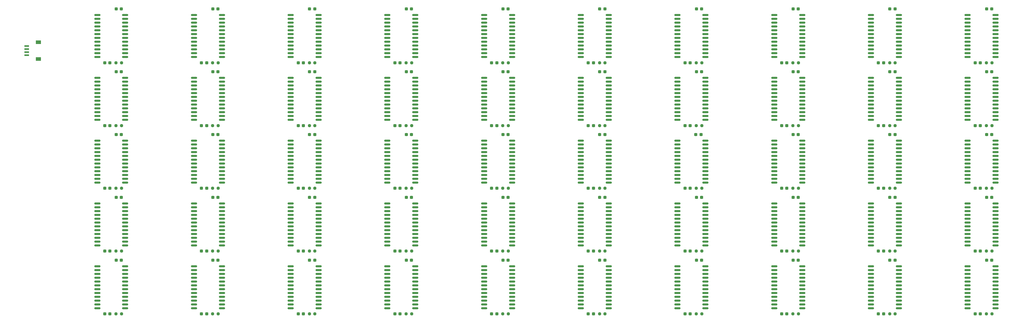
<source format=gbr>
%TF.GenerationSoftware,KiCad,Pcbnew,9.0.3*%
%TF.CreationDate,2025-08-19T04:26:06+03:00*%
%TF.ProjectId,wtf_clock,7774665f-636c-46f6-936b-2e6b69636164,rev?*%
%TF.SameCoordinates,Original*%
%TF.FileFunction,Paste,Bot*%
%TF.FilePolarity,Positive*%
%FSLAX46Y46*%
G04 Gerber Fmt 4.6, Leading zero omitted, Abs format (unit mm)*
G04 Created by KiCad (PCBNEW 9.0.3) date 2025-08-19 04:26:06*
%MOMM*%
%LPD*%
G01*
G04 APERTURE LIST*
G04 Aperture macros list*
%AMRoundRect*
0 Rectangle with rounded corners*
0 $1 Rounding radius*
0 $2 $3 $4 $5 $6 $7 $8 $9 X,Y pos of 4 corners*
0 Add a 4 corners polygon primitive as box body*
4,1,4,$2,$3,$4,$5,$6,$7,$8,$9,$2,$3,0*
0 Add four circle primitives for the rounded corners*
1,1,$1+$1,$2,$3*
1,1,$1+$1,$4,$5*
1,1,$1+$1,$6,$7*
1,1,$1+$1,$8,$9*
0 Add four rect primitives between the rounded corners*
20,1,$1+$1,$2,$3,$4,$5,0*
20,1,$1+$1,$4,$5,$6,$7,0*
20,1,$1+$1,$6,$7,$8,$9,0*
20,1,$1+$1,$8,$9,$2,$3,0*%
G04 Aperture macros list end*
%ADD10RoundRect,0.150000X-0.875000X-0.150000X0.875000X-0.150000X0.875000X0.150000X-0.875000X0.150000X0*%
%ADD11RoundRect,0.237500X0.250000X0.237500X-0.250000X0.237500X-0.250000X-0.237500X0.250000X-0.237500X0*%
%ADD12RoundRect,0.237500X-0.300000X-0.237500X0.300000X-0.237500X0.300000X0.237500X-0.300000X0.237500X0*%
%ADD13RoundRect,0.237500X0.300000X0.237500X-0.300000X0.237500X-0.300000X-0.237500X0.300000X-0.237500X0*%
%ADD14R,1.550000X0.600000*%
%ADD15R,1.800000X1.200000*%
G04 APERTURE END LIST*
D10*
%TO.C,U23*%
X186250000Y-153985000D03*
X186250000Y-152715000D03*
X186250000Y-151445000D03*
X186250000Y-150175000D03*
X186250000Y-148905000D03*
X186250000Y-147635000D03*
X186250000Y-146365000D03*
X186250000Y-145095000D03*
X186250000Y-143825000D03*
X186250000Y-142555000D03*
X186250000Y-141285000D03*
X186250000Y-140015000D03*
X195550000Y-140015000D03*
X195550000Y-141285000D03*
X195550000Y-142555000D03*
X195550000Y-143825000D03*
X195550000Y-145095000D03*
X195550000Y-146365000D03*
X195550000Y-147635000D03*
X195550000Y-148905000D03*
X195550000Y-150175000D03*
X195550000Y-151445000D03*
X195550000Y-152715000D03*
X195550000Y-153985000D03*
%TD*%
D11*
%TO.C,R33*%
X355312500Y-176800000D03*
X353487500Y-176800000D03*
%TD*%
D12*
%TO.C,C50*%
X253137500Y-155900000D03*
X254862500Y-155900000D03*
%TD*%
D10*
%TO.C,U50*%
X411650000Y-195785000D03*
X411650000Y-194515000D03*
X411650000Y-193245000D03*
X411650000Y-191975000D03*
X411650000Y-190705000D03*
X411650000Y-189435000D03*
X411650000Y-188165000D03*
X411650000Y-186895000D03*
X411650000Y-185625000D03*
X411650000Y-184355000D03*
X411650000Y-183085000D03*
X411650000Y-181815000D03*
X420950000Y-181815000D03*
X420950000Y-183085000D03*
X420950000Y-184355000D03*
X420950000Y-185625000D03*
X420950000Y-186895000D03*
X420950000Y-188165000D03*
X420950000Y-189435000D03*
X420950000Y-190705000D03*
X420950000Y-191975000D03*
X420950000Y-193245000D03*
X420950000Y-194515000D03*
X420950000Y-195785000D03*
%TD*%
D12*
%TO.C,C34*%
X220937500Y-135000000D03*
X222662500Y-135000000D03*
%TD*%
D13*
%TO.C,C71*%
X258662500Y-158900000D03*
X256937500Y-158900000D03*
%TD*%
D10*
%TO.C,U32*%
X379450000Y-174885000D03*
X379450000Y-173615000D03*
X379450000Y-172345000D03*
X379450000Y-171075000D03*
X379450000Y-169805000D03*
X379450000Y-168535000D03*
X379450000Y-167265000D03*
X379450000Y-165995000D03*
X379450000Y-164725000D03*
X379450000Y-163455000D03*
X379450000Y-162185000D03*
X379450000Y-160915000D03*
X388750000Y-160915000D03*
X388750000Y-162185000D03*
X388750000Y-163455000D03*
X388750000Y-164725000D03*
X388750000Y-165995000D03*
X388750000Y-167265000D03*
X388750000Y-168535000D03*
X388750000Y-169805000D03*
X388750000Y-171075000D03*
X388750000Y-172345000D03*
X388750000Y-173615000D03*
X388750000Y-174885000D03*
%TD*%
D12*
%TO.C,C56*%
X349737500Y-155900000D03*
X351462500Y-155900000D03*
%TD*%
%TO.C,C82*%
X124337500Y-197700000D03*
X126062500Y-197700000D03*
%TD*%
D13*
%TO.C,C93*%
X323062500Y-179800000D03*
X321337500Y-179800000D03*
%TD*%
D11*
%TO.C,R5*%
X258712500Y-114100000D03*
X256887500Y-114100000D03*
%TD*%
%TO.C,R45*%
X258712500Y-197700000D03*
X256887500Y-197700000D03*
%TD*%
D12*
%TO.C,C54*%
X317537500Y-155900000D03*
X319262500Y-155900000D03*
%TD*%
D10*
%TO.C,U3*%
X186250000Y-112185000D03*
X186250000Y-110915000D03*
X186250000Y-109645000D03*
X186250000Y-108375000D03*
X186250000Y-107105000D03*
X186250000Y-105835000D03*
X186250000Y-104565000D03*
X186250000Y-103295000D03*
X186250000Y-102025000D03*
X186250000Y-100755000D03*
X186250000Y-99485000D03*
X186250000Y-98215000D03*
X195550000Y-98215000D03*
X195550000Y-99485000D03*
X195550000Y-100755000D03*
X195550000Y-102025000D03*
X195550000Y-103295000D03*
X195550000Y-104565000D03*
X195550000Y-105835000D03*
X195550000Y-107105000D03*
X195550000Y-108375000D03*
X195550000Y-109645000D03*
X195550000Y-110915000D03*
X195550000Y-112185000D03*
%TD*%
%TO.C,U2*%
X154050000Y-112185000D03*
X154050000Y-110915000D03*
X154050000Y-109645000D03*
X154050000Y-108375000D03*
X154050000Y-107105000D03*
X154050000Y-105835000D03*
X154050000Y-104565000D03*
X154050000Y-103295000D03*
X154050000Y-102025000D03*
X154050000Y-100755000D03*
X154050000Y-99485000D03*
X154050000Y-98215000D03*
X163350000Y-98215000D03*
X163350000Y-99485000D03*
X163350000Y-100755000D03*
X163350000Y-102025000D03*
X163350000Y-103295000D03*
X163350000Y-104565000D03*
X163350000Y-105835000D03*
X163350000Y-107105000D03*
X163350000Y-108375000D03*
X163350000Y-109645000D03*
X163350000Y-110915000D03*
X163350000Y-112185000D03*
%TD*%
D12*
%TO.C,C78*%
X156537500Y-176800000D03*
X158262500Y-176800000D03*
%TD*%
%TO.C,C90*%
X253137500Y-197700000D03*
X254862500Y-197700000D03*
%TD*%
%TO.C,C96*%
X353537500Y-179800000D03*
X355262500Y-179800000D03*
%TD*%
D13*
%TO.C,C73*%
X226462500Y-158900000D03*
X224737500Y-158900000D03*
%TD*%
D11*
%TO.C,R24*%
X226512500Y-155900000D03*
X224687500Y-155900000D03*
%TD*%
D12*
%TO.C,C20*%
X414137500Y-114100000D03*
X415862500Y-114100000D03*
%TD*%
D10*
%TO.C,U40*%
X121850000Y-174885000D03*
X121850000Y-173615000D03*
X121850000Y-172345000D03*
X121850000Y-171075000D03*
X121850000Y-169805000D03*
X121850000Y-168535000D03*
X121850000Y-167265000D03*
X121850000Y-165995000D03*
X121850000Y-164725000D03*
X121850000Y-163455000D03*
X121850000Y-162185000D03*
X121850000Y-160915000D03*
X131150000Y-160915000D03*
X131150000Y-162185000D03*
X131150000Y-163455000D03*
X131150000Y-164725000D03*
X131150000Y-165995000D03*
X131150000Y-167265000D03*
X131150000Y-168535000D03*
X131150000Y-169805000D03*
X131150000Y-171075000D03*
X131150000Y-172345000D03*
X131150000Y-173615000D03*
X131150000Y-174885000D03*
%TD*%
D13*
%TO.C,C99*%
X419662500Y-179800000D03*
X417937500Y-179800000D03*
%TD*%
%TO.C,C63*%
X387462500Y-158900000D03*
X385737500Y-158900000D03*
%TD*%
D11*
%TO.C,R12*%
X387512500Y-135000000D03*
X385687500Y-135000000D03*
%TD*%
D10*
%TO.C,U29*%
X379450000Y-153985000D03*
X379450000Y-152715000D03*
X379450000Y-151445000D03*
X379450000Y-150175000D03*
X379450000Y-148905000D03*
X379450000Y-147635000D03*
X379450000Y-146365000D03*
X379450000Y-145095000D03*
X379450000Y-143825000D03*
X379450000Y-142555000D03*
X379450000Y-141285000D03*
X379450000Y-140015000D03*
X388750000Y-140015000D03*
X388750000Y-141285000D03*
X388750000Y-142555000D03*
X388750000Y-143825000D03*
X388750000Y-145095000D03*
X388750000Y-146365000D03*
X388750000Y-147635000D03*
X388750000Y-148905000D03*
X388750000Y-150175000D03*
X388750000Y-151445000D03*
X388750000Y-152715000D03*
X388750000Y-153985000D03*
%TD*%
D11*
%TO.C,R49*%
X387512500Y-197700000D03*
X385687500Y-197700000D03*
%TD*%
D10*
%TO.C,U12*%
X379450000Y-133085000D03*
X379450000Y-131815000D03*
X379450000Y-130545000D03*
X379450000Y-129275000D03*
X379450000Y-128005000D03*
X379450000Y-126735000D03*
X379450000Y-125465000D03*
X379450000Y-124195000D03*
X379450000Y-122925000D03*
X379450000Y-121655000D03*
X379450000Y-120385000D03*
X379450000Y-119115000D03*
X388750000Y-119115000D03*
X388750000Y-120385000D03*
X388750000Y-121655000D03*
X388750000Y-122925000D03*
X388750000Y-124195000D03*
X388750000Y-125465000D03*
X388750000Y-126735000D03*
X388750000Y-128005000D03*
X388750000Y-129275000D03*
X388750000Y-130545000D03*
X388750000Y-131815000D03*
X388750000Y-133085000D03*
%TD*%
D12*
%TO.C,C100*%
X414137500Y-197700000D03*
X415862500Y-197700000D03*
%TD*%
D10*
%TO.C,U15*%
X282850000Y-133085000D03*
X282850000Y-131815000D03*
X282850000Y-130545000D03*
X282850000Y-129275000D03*
X282850000Y-128005000D03*
X282850000Y-126735000D03*
X282850000Y-125465000D03*
X282850000Y-124195000D03*
X282850000Y-122925000D03*
X282850000Y-121655000D03*
X282850000Y-120385000D03*
X282850000Y-119115000D03*
X292150000Y-119115000D03*
X292150000Y-120385000D03*
X292150000Y-121655000D03*
X292150000Y-122925000D03*
X292150000Y-124195000D03*
X292150000Y-125465000D03*
X292150000Y-126735000D03*
X292150000Y-128005000D03*
X292150000Y-129275000D03*
X292150000Y-130545000D03*
X292150000Y-131815000D03*
X292150000Y-133085000D03*
%TD*%
%TO.C,U5*%
X250650000Y-112185000D03*
X250650000Y-110915000D03*
X250650000Y-109645000D03*
X250650000Y-108375000D03*
X250650000Y-107105000D03*
X250650000Y-105835000D03*
X250650000Y-104565000D03*
X250650000Y-103295000D03*
X250650000Y-102025000D03*
X250650000Y-100755000D03*
X250650000Y-99485000D03*
X250650000Y-98215000D03*
X259950000Y-98215000D03*
X259950000Y-99485000D03*
X259950000Y-100755000D03*
X259950000Y-102025000D03*
X259950000Y-103295000D03*
X259950000Y-104565000D03*
X259950000Y-105835000D03*
X259950000Y-107105000D03*
X259950000Y-108375000D03*
X259950000Y-109645000D03*
X259950000Y-110915000D03*
X259950000Y-112185000D03*
%TD*%
%TO.C,U31*%
X411650000Y-174885000D03*
X411650000Y-173615000D03*
X411650000Y-172345000D03*
X411650000Y-171075000D03*
X411650000Y-169805000D03*
X411650000Y-168535000D03*
X411650000Y-167265000D03*
X411650000Y-165995000D03*
X411650000Y-164725000D03*
X411650000Y-163455000D03*
X411650000Y-162185000D03*
X411650000Y-160915000D03*
X420950000Y-160915000D03*
X420950000Y-162185000D03*
X420950000Y-163455000D03*
X420950000Y-164725000D03*
X420950000Y-165995000D03*
X420950000Y-167265000D03*
X420950000Y-168535000D03*
X420950000Y-169805000D03*
X420950000Y-171075000D03*
X420950000Y-172345000D03*
X420950000Y-173615000D03*
X420950000Y-174885000D03*
%TD*%
D12*
%TO.C,C12*%
X285337500Y-114100000D03*
X287062500Y-114100000D03*
%TD*%
D10*
%TO.C,U6*%
X282850000Y-112185000D03*
X282850000Y-110915000D03*
X282850000Y-109645000D03*
X282850000Y-108375000D03*
X282850000Y-107105000D03*
X282850000Y-105835000D03*
X282850000Y-104565000D03*
X282850000Y-103295000D03*
X282850000Y-102025000D03*
X282850000Y-100755000D03*
X282850000Y-99485000D03*
X282850000Y-98215000D03*
X292150000Y-98215000D03*
X292150000Y-99485000D03*
X292150000Y-100755000D03*
X292150000Y-102025000D03*
X292150000Y-103295000D03*
X292150000Y-104565000D03*
X292150000Y-105835000D03*
X292150000Y-107105000D03*
X292150000Y-108375000D03*
X292150000Y-109645000D03*
X292150000Y-110915000D03*
X292150000Y-112185000D03*
%TD*%
D11*
%TO.C,R31*%
X419712500Y-176800000D03*
X417887500Y-176800000D03*
%TD*%
D10*
%TO.C,U28*%
X347250000Y-153985000D03*
X347250000Y-152715000D03*
X347250000Y-151445000D03*
X347250000Y-150175000D03*
X347250000Y-148905000D03*
X347250000Y-147635000D03*
X347250000Y-146365000D03*
X347250000Y-145095000D03*
X347250000Y-143825000D03*
X347250000Y-142555000D03*
X347250000Y-141285000D03*
X347250000Y-140015000D03*
X356550000Y-140015000D03*
X356550000Y-141285000D03*
X356550000Y-142555000D03*
X356550000Y-143825000D03*
X356550000Y-145095000D03*
X356550000Y-146365000D03*
X356550000Y-147635000D03*
X356550000Y-148905000D03*
X356550000Y-150175000D03*
X356550000Y-151445000D03*
X356550000Y-152715000D03*
X356550000Y-153985000D03*
%TD*%
D11*
%TO.C,R44*%
X226512500Y-197700000D03*
X224687500Y-197700000D03*
%TD*%
D12*
%TO.C,C74*%
X220937500Y-176800000D03*
X222662500Y-176800000D03*
%TD*%
%TO.C,C14*%
X317537500Y-114100000D03*
X319262500Y-114100000D03*
%TD*%
D13*
%TO.C,C83*%
X162062500Y-179800000D03*
X160337500Y-179800000D03*
%TD*%
%TO.C,C91*%
X290862500Y-179800000D03*
X289137500Y-179800000D03*
%TD*%
D10*
%TO.C,U11*%
X411650000Y-133085000D03*
X411650000Y-131815000D03*
X411650000Y-130545000D03*
X411650000Y-129275000D03*
X411650000Y-128005000D03*
X411650000Y-126735000D03*
X411650000Y-125465000D03*
X411650000Y-124195000D03*
X411650000Y-122925000D03*
X411650000Y-121655000D03*
X411650000Y-120385000D03*
X411650000Y-119115000D03*
X420950000Y-119115000D03*
X420950000Y-120385000D03*
X420950000Y-121655000D03*
X420950000Y-122925000D03*
X420950000Y-124195000D03*
X420950000Y-125465000D03*
X420950000Y-126735000D03*
X420950000Y-128005000D03*
X420950000Y-129275000D03*
X420950000Y-130545000D03*
X420950000Y-131815000D03*
X420950000Y-133085000D03*
%TD*%
D12*
%TO.C,C24*%
X381937500Y-135000000D03*
X383662500Y-135000000D03*
%TD*%
D10*
%TO.C,U4*%
X218450000Y-112185000D03*
X218450000Y-110915000D03*
X218450000Y-109645000D03*
X218450000Y-108375000D03*
X218450000Y-107105000D03*
X218450000Y-105835000D03*
X218450000Y-104565000D03*
X218450000Y-103295000D03*
X218450000Y-102025000D03*
X218450000Y-100755000D03*
X218450000Y-99485000D03*
X218450000Y-98215000D03*
X227750000Y-98215000D03*
X227750000Y-99485000D03*
X227750000Y-100755000D03*
X227750000Y-102025000D03*
X227750000Y-103295000D03*
X227750000Y-104565000D03*
X227750000Y-105835000D03*
X227750000Y-107105000D03*
X227750000Y-108375000D03*
X227750000Y-109645000D03*
X227750000Y-110915000D03*
X227750000Y-112185000D03*
%TD*%
D11*
%TO.C,R19*%
X162112500Y-135000000D03*
X160287500Y-135000000D03*
%TD*%
D13*
%TO.C,C59*%
X419662500Y-138000000D03*
X417937500Y-138000000D03*
%TD*%
%TO.C,C7*%
X226462500Y-96200000D03*
X224737500Y-96200000D03*
%TD*%
%TO.C,C77*%
X162062500Y-158900000D03*
X160337500Y-158900000D03*
%TD*%
%TO.C,C87*%
X226462500Y-179800000D03*
X224737500Y-179800000D03*
%TD*%
D12*
%TO.C,C60*%
X414137500Y-155900000D03*
X415862500Y-155900000D03*
%TD*%
%TO.C,C38*%
X156537500Y-135000000D03*
X158262500Y-135000000D03*
%TD*%
D13*
%TO.C,C17*%
X387462500Y-96200000D03*
X385737500Y-96200000D03*
%TD*%
D10*
%TO.C,U13*%
X347250000Y-133085000D03*
X347250000Y-131815000D03*
X347250000Y-130545000D03*
X347250000Y-129275000D03*
X347250000Y-128005000D03*
X347250000Y-126735000D03*
X347250000Y-125465000D03*
X347250000Y-124195000D03*
X347250000Y-122925000D03*
X347250000Y-121655000D03*
X347250000Y-120385000D03*
X347250000Y-119115000D03*
X356550000Y-119115000D03*
X356550000Y-120385000D03*
X356550000Y-121655000D03*
X356550000Y-122925000D03*
X356550000Y-124195000D03*
X356550000Y-125465000D03*
X356550000Y-126735000D03*
X356550000Y-128005000D03*
X356550000Y-129275000D03*
X356550000Y-130545000D03*
X356550000Y-131815000D03*
X356550000Y-133085000D03*
%TD*%
D11*
%TO.C,R17*%
X226512500Y-135000000D03*
X224687500Y-135000000D03*
%TD*%
%TO.C,R11*%
X419712500Y-135000000D03*
X417887500Y-135000000D03*
%TD*%
D12*
%TO.C,C58*%
X381937500Y-155900000D03*
X383662500Y-155900000D03*
%TD*%
D13*
%TO.C,C43*%
X162062500Y-138000000D03*
X160337500Y-138000000D03*
%TD*%
D12*
%TO.C,C4*%
X156537500Y-114100000D03*
X158262500Y-114100000D03*
%TD*%
%TO.C,C10*%
X253137500Y-114100000D03*
X254862500Y-114100000D03*
%TD*%
D10*
%TO.C,U10*%
X411650000Y-112185000D03*
X411650000Y-110915000D03*
X411650000Y-109645000D03*
X411650000Y-108375000D03*
X411650000Y-107105000D03*
X411650000Y-105835000D03*
X411650000Y-104565000D03*
X411650000Y-103295000D03*
X411650000Y-102025000D03*
X411650000Y-100755000D03*
X411650000Y-99485000D03*
X411650000Y-98215000D03*
X420950000Y-98215000D03*
X420950000Y-99485000D03*
X420950000Y-100755000D03*
X420950000Y-102025000D03*
X420950000Y-103295000D03*
X420950000Y-104565000D03*
X420950000Y-105835000D03*
X420950000Y-107105000D03*
X420950000Y-108375000D03*
X420950000Y-109645000D03*
X420950000Y-110915000D03*
X420950000Y-112185000D03*
%TD*%
%TO.C,U16*%
X250650000Y-133085000D03*
X250650000Y-131815000D03*
X250650000Y-130545000D03*
X250650000Y-129275000D03*
X250650000Y-128005000D03*
X250650000Y-126735000D03*
X250650000Y-125465000D03*
X250650000Y-124195000D03*
X250650000Y-122925000D03*
X250650000Y-121655000D03*
X250650000Y-120385000D03*
X250650000Y-119115000D03*
X259950000Y-119115000D03*
X259950000Y-120385000D03*
X259950000Y-121655000D03*
X259950000Y-122925000D03*
X259950000Y-124195000D03*
X259950000Y-125465000D03*
X259950000Y-126735000D03*
X259950000Y-128005000D03*
X259950000Y-129275000D03*
X259950000Y-130545000D03*
X259950000Y-131815000D03*
X259950000Y-133085000D03*
%TD*%
%TO.C,U46*%
X282850000Y-195785000D03*
X282850000Y-194515000D03*
X282850000Y-193245000D03*
X282850000Y-191975000D03*
X282850000Y-190705000D03*
X282850000Y-189435000D03*
X282850000Y-188165000D03*
X282850000Y-186895000D03*
X282850000Y-185625000D03*
X282850000Y-184355000D03*
X282850000Y-183085000D03*
X282850000Y-181815000D03*
X292150000Y-181815000D03*
X292150000Y-183085000D03*
X292150000Y-184355000D03*
X292150000Y-185625000D03*
X292150000Y-186895000D03*
X292150000Y-188165000D03*
X292150000Y-189435000D03*
X292150000Y-190705000D03*
X292150000Y-191975000D03*
X292150000Y-193245000D03*
X292150000Y-194515000D03*
X292150000Y-195785000D03*
%TD*%
D12*
%TO.C,C26*%
X349737500Y-135000000D03*
X351462500Y-135000000D03*
%TD*%
%TO.C,C36*%
X188737500Y-135000000D03*
X190462500Y-135000000D03*
%TD*%
%TO.C,C40*%
X124337500Y-135000000D03*
X126062500Y-135000000D03*
%TD*%
%TO.C,C22*%
X414137500Y-135000000D03*
X415862500Y-135000000D03*
%TD*%
D13*
%TO.C,C53*%
X322862500Y-138000000D03*
X321137500Y-138000000D03*
%TD*%
%TO.C,C23*%
X387462500Y-117100000D03*
X385737500Y-117100000D03*
%TD*%
D11*
%TO.C,R28*%
X355312500Y-155900000D03*
X353487500Y-155900000D03*
%TD*%
D12*
%TO.C,C42*%
X124337500Y-155900000D03*
X126062500Y-155900000D03*
%TD*%
D11*
%TO.C,R34*%
X323112500Y-176800000D03*
X321287500Y-176800000D03*
%TD*%
D13*
%TO.C,C1*%
X129862500Y-96200000D03*
X128137500Y-96200000D03*
%TD*%
D10*
%TO.C,U47*%
X315050000Y-195785000D03*
X315050000Y-194515000D03*
X315050000Y-193245000D03*
X315050000Y-191975000D03*
X315050000Y-190705000D03*
X315050000Y-189435000D03*
X315050000Y-188165000D03*
X315050000Y-186895000D03*
X315050000Y-185625000D03*
X315050000Y-184355000D03*
X315050000Y-183085000D03*
X315050000Y-181815000D03*
X324350000Y-181815000D03*
X324350000Y-183085000D03*
X324350000Y-184355000D03*
X324350000Y-185625000D03*
X324350000Y-186895000D03*
X324350000Y-188165000D03*
X324350000Y-189435000D03*
X324350000Y-190705000D03*
X324350000Y-191975000D03*
X324350000Y-193245000D03*
X324350000Y-194515000D03*
X324350000Y-195785000D03*
%TD*%
D12*
%TO.C,C66*%
X349737500Y-176800000D03*
X351462500Y-176800000D03*
%TD*%
D13*
%TO.C,C25*%
X355262500Y-117100000D03*
X353537500Y-117100000D03*
%TD*%
D11*
%TO.C,R50*%
X419712500Y-197700000D03*
X417887500Y-197700000D03*
%TD*%
D12*
%TO.C,C6*%
X188737500Y-114100000D03*
X190462500Y-114100000D03*
%TD*%
D13*
%TO.C,C37*%
X162062500Y-117100000D03*
X160337500Y-117100000D03*
%TD*%
D11*
%TO.C,R27*%
X323112500Y-155900000D03*
X321287500Y-155900000D03*
%TD*%
D13*
%TO.C,C19*%
X419662500Y-96200000D03*
X417937500Y-96200000D03*
%TD*%
D10*
%TO.C,U17*%
X218450000Y-133085000D03*
X218450000Y-131815000D03*
X218450000Y-130545000D03*
X218450000Y-129275000D03*
X218450000Y-128005000D03*
X218450000Y-126735000D03*
X218450000Y-125465000D03*
X218450000Y-124195000D03*
X218450000Y-122925000D03*
X218450000Y-121655000D03*
X218450000Y-120385000D03*
X218450000Y-119115000D03*
X227750000Y-119115000D03*
X227750000Y-120385000D03*
X227750000Y-121655000D03*
X227750000Y-122925000D03*
X227750000Y-124195000D03*
X227750000Y-125465000D03*
X227750000Y-126735000D03*
X227750000Y-128005000D03*
X227750000Y-129275000D03*
X227750000Y-130545000D03*
X227750000Y-131815000D03*
X227750000Y-133085000D03*
%TD*%
%TO.C,U33*%
X347250000Y-174885000D03*
X347250000Y-173615000D03*
X347250000Y-172345000D03*
X347250000Y-171075000D03*
X347250000Y-169805000D03*
X347250000Y-168535000D03*
X347250000Y-167265000D03*
X347250000Y-165995000D03*
X347250000Y-164725000D03*
X347250000Y-163455000D03*
X347250000Y-162185000D03*
X347250000Y-160915000D03*
X356550000Y-160915000D03*
X356550000Y-162185000D03*
X356550000Y-163455000D03*
X356550000Y-164725000D03*
X356550000Y-165995000D03*
X356550000Y-167265000D03*
X356550000Y-168535000D03*
X356550000Y-169805000D03*
X356550000Y-171075000D03*
X356550000Y-172345000D03*
X356550000Y-173615000D03*
X356550000Y-174885000D03*
%TD*%
%TO.C,U43*%
X186250000Y-195785000D03*
X186250000Y-194515000D03*
X186250000Y-193245000D03*
X186250000Y-191975000D03*
X186250000Y-190705000D03*
X186250000Y-189435000D03*
X186250000Y-188165000D03*
X186250000Y-186895000D03*
X186250000Y-185625000D03*
X186250000Y-184355000D03*
X186250000Y-183085000D03*
X186250000Y-181815000D03*
X195550000Y-181815000D03*
X195550000Y-183085000D03*
X195550000Y-184355000D03*
X195550000Y-185625000D03*
X195550000Y-186895000D03*
X195550000Y-188165000D03*
X195550000Y-189435000D03*
X195550000Y-190705000D03*
X195550000Y-191975000D03*
X195550000Y-193245000D03*
X195550000Y-194515000D03*
X195550000Y-195785000D03*
%TD*%
%TO.C,U25*%
X250650000Y-153985000D03*
X250650000Y-152715000D03*
X250650000Y-151445000D03*
X250650000Y-150175000D03*
X250650000Y-148905000D03*
X250650000Y-147635000D03*
X250650000Y-146365000D03*
X250650000Y-145095000D03*
X250650000Y-143825000D03*
X250650000Y-142555000D03*
X250650000Y-141285000D03*
X250650000Y-140015000D03*
X259950000Y-140015000D03*
X259950000Y-141285000D03*
X259950000Y-142555000D03*
X259950000Y-143825000D03*
X259950000Y-145095000D03*
X259950000Y-146365000D03*
X259950000Y-147635000D03*
X259950000Y-148905000D03*
X259950000Y-150175000D03*
X259950000Y-151445000D03*
X259950000Y-152715000D03*
X259950000Y-153985000D03*
%TD*%
D13*
%TO.C,C57*%
X387462500Y-138000000D03*
X385737500Y-138000000D03*
%TD*%
%TO.C,C81*%
X129862500Y-179800000D03*
X128137500Y-179800000D03*
%TD*%
D12*
%TO.C,C68*%
X317537500Y-176800000D03*
X319262500Y-176800000D03*
%TD*%
D13*
%TO.C,C27*%
X323062500Y-117100000D03*
X321337500Y-117100000D03*
%TD*%
%TO.C,C5*%
X194262500Y-96200000D03*
X192537500Y-96200000D03*
%TD*%
%TO.C,C65*%
X355262500Y-158900000D03*
X353537500Y-158900000D03*
%TD*%
D10*
%TO.C,U9*%
X379450000Y-112185000D03*
X379450000Y-110915000D03*
X379450000Y-109645000D03*
X379450000Y-108375000D03*
X379450000Y-107105000D03*
X379450000Y-105835000D03*
X379450000Y-104565000D03*
X379450000Y-103295000D03*
X379450000Y-102025000D03*
X379450000Y-100755000D03*
X379450000Y-99485000D03*
X379450000Y-98215000D03*
X388750000Y-98215000D03*
X388750000Y-99485000D03*
X388750000Y-100755000D03*
X388750000Y-102025000D03*
X388750000Y-103295000D03*
X388750000Y-104565000D03*
X388750000Y-105835000D03*
X388750000Y-107105000D03*
X388750000Y-108375000D03*
X388750000Y-109645000D03*
X388750000Y-110915000D03*
X388750000Y-112185000D03*
%TD*%
%TO.C,U37*%
X218450000Y-174885000D03*
X218450000Y-173615000D03*
X218450000Y-172345000D03*
X218450000Y-171075000D03*
X218450000Y-169805000D03*
X218450000Y-168535000D03*
X218450000Y-167265000D03*
X218450000Y-165995000D03*
X218450000Y-164725000D03*
X218450000Y-163455000D03*
X218450000Y-162185000D03*
X218450000Y-160915000D03*
X227750000Y-160915000D03*
X227750000Y-162185000D03*
X227750000Y-163455000D03*
X227750000Y-164725000D03*
X227750000Y-165995000D03*
X227750000Y-167265000D03*
X227750000Y-168535000D03*
X227750000Y-169805000D03*
X227750000Y-171075000D03*
X227750000Y-172345000D03*
X227750000Y-173615000D03*
X227750000Y-174885000D03*
%TD*%
D11*
%TO.C,R36*%
X258712500Y-176800000D03*
X256887500Y-176800000D03*
%TD*%
D10*
%TO.C,U27*%
X315050000Y-153985000D03*
X315050000Y-152715000D03*
X315050000Y-151445000D03*
X315050000Y-150175000D03*
X315050000Y-148905000D03*
X315050000Y-147635000D03*
X315050000Y-146365000D03*
X315050000Y-145095000D03*
X315050000Y-143825000D03*
X315050000Y-142555000D03*
X315050000Y-141285000D03*
X315050000Y-140015000D03*
X324350000Y-140015000D03*
X324350000Y-141285000D03*
X324350000Y-142555000D03*
X324350000Y-143825000D03*
X324350000Y-145095000D03*
X324350000Y-146365000D03*
X324350000Y-147635000D03*
X324350000Y-148905000D03*
X324350000Y-150175000D03*
X324350000Y-151445000D03*
X324350000Y-152715000D03*
X324350000Y-153985000D03*
%TD*%
%TO.C,U22*%
X154050000Y-153985000D03*
X154050000Y-152715000D03*
X154050000Y-151445000D03*
X154050000Y-150175000D03*
X154050000Y-148905000D03*
X154050000Y-147635000D03*
X154050000Y-146365000D03*
X154050000Y-145095000D03*
X154050000Y-143825000D03*
X154050000Y-142555000D03*
X154050000Y-141285000D03*
X154050000Y-140015000D03*
X163350000Y-140015000D03*
X163350000Y-141285000D03*
X163350000Y-142555000D03*
X163350000Y-143825000D03*
X163350000Y-145095000D03*
X163350000Y-146365000D03*
X163350000Y-147635000D03*
X163350000Y-148905000D03*
X163350000Y-150175000D03*
X163350000Y-151445000D03*
X163350000Y-152715000D03*
X163350000Y-153985000D03*
%TD*%
D11*
%TO.C,R23*%
X194312500Y-155900000D03*
X192487500Y-155900000D03*
%TD*%
D10*
%TO.C,U49*%
X379450000Y-195785000D03*
X379450000Y-194515000D03*
X379450000Y-193245000D03*
X379450000Y-191975000D03*
X379450000Y-190705000D03*
X379450000Y-189435000D03*
X379450000Y-188165000D03*
X379450000Y-186895000D03*
X379450000Y-185625000D03*
X379450000Y-184355000D03*
X379450000Y-183085000D03*
X379450000Y-181815000D03*
X388750000Y-181815000D03*
X388750000Y-183085000D03*
X388750000Y-184355000D03*
X388750000Y-185625000D03*
X388750000Y-186895000D03*
X388750000Y-188165000D03*
X388750000Y-189435000D03*
X388750000Y-190705000D03*
X388750000Y-191975000D03*
X388750000Y-193245000D03*
X388750000Y-194515000D03*
X388750000Y-195785000D03*
%TD*%
D12*
%TO.C,C80*%
X124337500Y-176800000D03*
X126062500Y-176800000D03*
%TD*%
D11*
%TO.C,R15*%
X290912500Y-135000000D03*
X289087500Y-135000000D03*
%TD*%
D10*
%TO.C,U34*%
X315050000Y-174885000D03*
X315050000Y-173615000D03*
X315050000Y-172345000D03*
X315050000Y-171075000D03*
X315050000Y-169805000D03*
X315050000Y-168535000D03*
X315050000Y-167265000D03*
X315050000Y-165995000D03*
X315050000Y-164725000D03*
X315050000Y-163455000D03*
X315050000Y-162185000D03*
X315050000Y-160915000D03*
X324350000Y-160915000D03*
X324350000Y-162185000D03*
X324350000Y-163455000D03*
X324350000Y-164725000D03*
X324350000Y-165995000D03*
X324350000Y-167265000D03*
X324350000Y-168535000D03*
X324350000Y-169805000D03*
X324350000Y-171075000D03*
X324350000Y-172345000D03*
X324350000Y-173615000D03*
X324350000Y-174885000D03*
%TD*%
D13*
%TO.C,C3*%
X162062500Y-96200000D03*
X160337500Y-96200000D03*
%TD*%
D11*
%TO.C,R20*%
X129912500Y-135000000D03*
X128087500Y-135000000D03*
%TD*%
D12*
%TO.C,C98*%
X381937500Y-197700000D03*
X383662500Y-197700000D03*
%TD*%
D11*
%TO.C,R8*%
X355312500Y-114100000D03*
X353487500Y-114100000D03*
%TD*%
D13*
%TO.C,C15*%
X355262500Y-96200000D03*
X353537500Y-96200000D03*
%TD*%
%TO.C,C89*%
X258662500Y-179800000D03*
X256937500Y-179800000D03*
%TD*%
D10*
%TO.C,U45*%
X250650000Y-195785000D03*
X250650000Y-194515000D03*
X250650000Y-193245000D03*
X250650000Y-191975000D03*
X250650000Y-190705000D03*
X250650000Y-189435000D03*
X250650000Y-188165000D03*
X250650000Y-186895000D03*
X250650000Y-185625000D03*
X250650000Y-184355000D03*
X250650000Y-183085000D03*
X250650000Y-181815000D03*
X259950000Y-181815000D03*
X259950000Y-183085000D03*
X259950000Y-184355000D03*
X259950000Y-185625000D03*
X259950000Y-186895000D03*
X259950000Y-188165000D03*
X259950000Y-189435000D03*
X259950000Y-190705000D03*
X259950000Y-191975000D03*
X259950000Y-193245000D03*
X259950000Y-194515000D03*
X259950000Y-195785000D03*
%TD*%
D12*
%TO.C,C48*%
X220937500Y-155900000D03*
X222662500Y-155900000D03*
%TD*%
D13*
%TO.C,C31*%
X258662500Y-117100000D03*
X256937500Y-117100000D03*
%TD*%
D10*
%TO.C,U26*%
X282850000Y-153985000D03*
X282850000Y-152715000D03*
X282850000Y-151445000D03*
X282850000Y-150175000D03*
X282850000Y-148905000D03*
X282850000Y-147635000D03*
X282850000Y-146365000D03*
X282850000Y-145095000D03*
X282850000Y-143825000D03*
X282850000Y-142555000D03*
X282850000Y-141285000D03*
X282850000Y-140015000D03*
X292150000Y-140015000D03*
X292150000Y-141285000D03*
X292150000Y-142555000D03*
X292150000Y-143825000D03*
X292150000Y-145095000D03*
X292150000Y-146365000D03*
X292150000Y-147635000D03*
X292150000Y-148905000D03*
X292150000Y-150175000D03*
X292150000Y-151445000D03*
X292150000Y-152715000D03*
X292150000Y-153985000D03*
%TD*%
D12*
%TO.C,C62*%
X414137500Y-176800000D03*
X415862500Y-176800000D03*
%TD*%
D11*
%TO.C,R25*%
X258712500Y-155900000D03*
X256887500Y-155900000D03*
%TD*%
%TO.C,R40*%
X129912500Y-176800000D03*
X128087500Y-176800000D03*
%TD*%
%TO.C,R9*%
X387512500Y-114100000D03*
X385687500Y-114100000D03*
%TD*%
D12*
%TO.C,C52*%
X285337500Y-155900000D03*
X287062500Y-155900000D03*
%TD*%
%TO.C,C30*%
X285337500Y-135000000D03*
X287062500Y-135000000D03*
%TD*%
D11*
%TO.C,R43*%
X194312500Y-197700000D03*
X192487500Y-197700000D03*
%TD*%
%TO.C,R30*%
X419712500Y-155900000D03*
X417887500Y-155900000D03*
%TD*%
D12*
%TO.C,C46*%
X188737500Y-155900000D03*
X190462500Y-155900000D03*
%TD*%
D11*
%TO.C,R32*%
X387512500Y-176800000D03*
X385687500Y-176800000D03*
%TD*%
D13*
%TO.C,C75*%
X194262500Y-158900000D03*
X192537500Y-158900000D03*
%TD*%
D10*
%TO.C,U24*%
X218450000Y-153985000D03*
X218450000Y-152715000D03*
X218450000Y-151445000D03*
X218450000Y-150175000D03*
X218450000Y-148905000D03*
X218450000Y-147635000D03*
X218450000Y-146365000D03*
X218450000Y-145095000D03*
X218450000Y-143825000D03*
X218450000Y-142555000D03*
X218450000Y-141285000D03*
X218450000Y-140015000D03*
X227750000Y-140015000D03*
X227750000Y-141285000D03*
X227750000Y-142555000D03*
X227750000Y-143825000D03*
X227750000Y-145095000D03*
X227750000Y-146365000D03*
X227750000Y-147635000D03*
X227750000Y-148905000D03*
X227750000Y-150175000D03*
X227750000Y-151445000D03*
X227750000Y-152715000D03*
X227750000Y-153985000D03*
%TD*%
D12*
%TO.C,C16*%
X349737500Y-114100000D03*
X351462500Y-114100000D03*
%TD*%
D11*
%TO.C,R46*%
X290912500Y-197700000D03*
X289087500Y-197700000D03*
%TD*%
D13*
%TO.C,C79*%
X129862500Y-158900000D03*
X128137500Y-158900000D03*
%TD*%
D12*
%TO.C,C84*%
X156537500Y-197700000D03*
X158262500Y-197700000D03*
%TD*%
D13*
%TO.C,C13*%
X323062500Y-96200000D03*
X321337500Y-96200000D03*
%TD*%
D12*
%TO.C,C64*%
X381937500Y-176800000D03*
X383662500Y-176800000D03*
%TD*%
%TO.C,C28*%
X317537500Y-135000000D03*
X319262500Y-135000000D03*
%TD*%
D13*
%TO.C,C45*%
X194262500Y-138000000D03*
X192537500Y-138000000D03*
%TD*%
%TO.C,C21*%
X419662500Y-117100000D03*
X417937500Y-117100000D03*
%TD*%
D10*
%TO.C,U39*%
X154050000Y-174885000D03*
X154050000Y-173615000D03*
X154050000Y-172345000D03*
X154050000Y-171075000D03*
X154050000Y-169805000D03*
X154050000Y-168535000D03*
X154050000Y-167265000D03*
X154050000Y-165995000D03*
X154050000Y-164725000D03*
X154050000Y-163455000D03*
X154050000Y-162185000D03*
X154050000Y-160915000D03*
X163350000Y-160915000D03*
X163350000Y-162185000D03*
X163350000Y-163455000D03*
X163350000Y-164725000D03*
X163350000Y-165995000D03*
X163350000Y-167265000D03*
X163350000Y-168535000D03*
X163350000Y-169805000D03*
X163350000Y-171075000D03*
X163350000Y-172345000D03*
X163350000Y-173615000D03*
X163350000Y-174885000D03*
%TD*%
%TO.C,U38*%
X186250000Y-174885000D03*
X186250000Y-173615000D03*
X186250000Y-172345000D03*
X186250000Y-171075000D03*
X186250000Y-169805000D03*
X186250000Y-168535000D03*
X186250000Y-167265000D03*
X186250000Y-165995000D03*
X186250000Y-164725000D03*
X186250000Y-163455000D03*
X186250000Y-162185000D03*
X186250000Y-160915000D03*
X195550000Y-160915000D03*
X195550000Y-162185000D03*
X195550000Y-163455000D03*
X195550000Y-164725000D03*
X195550000Y-165995000D03*
X195550000Y-167265000D03*
X195550000Y-168535000D03*
X195550000Y-169805000D03*
X195550000Y-171075000D03*
X195550000Y-172345000D03*
X195550000Y-173615000D03*
X195550000Y-174885000D03*
%TD*%
%TO.C,U19*%
X154050000Y-133085000D03*
X154050000Y-131815000D03*
X154050000Y-130545000D03*
X154050000Y-129275000D03*
X154050000Y-128005000D03*
X154050000Y-126735000D03*
X154050000Y-125465000D03*
X154050000Y-124195000D03*
X154050000Y-122925000D03*
X154050000Y-121655000D03*
X154050000Y-120385000D03*
X154050000Y-119115000D03*
X163350000Y-119115000D03*
X163350000Y-120385000D03*
X163350000Y-121655000D03*
X163350000Y-122925000D03*
X163350000Y-124195000D03*
X163350000Y-125465000D03*
X163350000Y-126735000D03*
X163350000Y-128005000D03*
X163350000Y-129275000D03*
X163350000Y-130545000D03*
X163350000Y-131815000D03*
X163350000Y-133085000D03*
%TD*%
D13*
%TO.C,C29*%
X290862500Y-117100000D03*
X289137500Y-117100000D03*
%TD*%
D11*
%TO.C,R41*%
X129912500Y-197700000D03*
X128087500Y-197700000D03*
%TD*%
D10*
%TO.C,U18*%
X186250000Y-133085000D03*
X186250000Y-131815000D03*
X186250000Y-130545000D03*
X186250000Y-129275000D03*
X186250000Y-128005000D03*
X186250000Y-126735000D03*
X186250000Y-125465000D03*
X186250000Y-124195000D03*
X186250000Y-122925000D03*
X186250000Y-121655000D03*
X186250000Y-120385000D03*
X186250000Y-119115000D03*
X195550000Y-119115000D03*
X195550000Y-120385000D03*
X195550000Y-121655000D03*
X195550000Y-122925000D03*
X195550000Y-124195000D03*
X195550000Y-125465000D03*
X195550000Y-126735000D03*
X195550000Y-128005000D03*
X195550000Y-129275000D03*
X195550000Y-130545000D03*
X195550000Y-131815000D03*
X195550000Y-133085000D03*
%TD*%
D12*
%TO.C,C94*%
X317537500Y-197700000D03*
X319262500Y-197700000D03*
%TD*%
D11*
%TO.C,R29*%
X387512500Y-155900000D03*
X385687500Y-155900000D03*
%TD*%
D13*
%TO.C,C55*%
X355262500Y-138000000D03*
X353537500Y-138000000D03*
%TD*%
D11*
%TO.C,R37*%
X226512500Y-176800000D03*
X224687500Y-176800000D03*
%TD*%
%TO.C,R16*%
X258712500Y-135000000D03*
X256887500Y-135000000D03*
%TD*%
D12*
%TO.C,C70*%
X285337500Y-176800000D03*
X287062500Y-176800000D03*
%TD*%
%TO.C,C2*%
X124337500Y-114100000D03*
X126062500Y-114100000D03*
%TD*%
D11*
%TO.C,R7*%
X323112500Y-114100000D03*
X321287500Y-114100000D03*
%TD*%
D13*
%TO.C,C69*%
X290862500Y-158900000D03*
X289137500Y-158900000D03*
%TD*%
%TO.C,C49*%
X258662500Y-138000000D03*
X256937500Y-138000000D03*
%TD*%
%TO.C,C9*%
X258662500Y-96200000D03*
X256937500Y-96200000D03*
%TD*%
D10*
%TO.C,U30*%
X411650000Y-153985000D03*
X411650000Y-152715000D03*
X411650000Y-151445000D03*
X411650000Y-150175000D03*
X411650000Y-148905000D03*
X411650000Y-147635000D03*
X411650000Y-146365000D03*
X411650000Y-145095000D03*
X411650000Y-143825000D03*
X411650000Y-142555000D03*
X411650000Y-141285000D03*
X411650000Y-140015000D03*
X420950000Y-140015000D03*
X420950000Y-141285000D03*
X420950000Y-142555000D03*
X420950000Y-143825000D03*
X420950000Y-145095000D03*
X420950000Y-146365000D03*
X420950000Y-147635000D03*
X420950000Y-148905000D03*
X420950000Y-150175000D03*
X420950000Y-151445000D03*
X420950000Y-152715000D03*
X420950000Y-153985000D03*
%TD*%
D11*
%TO.C,R22*%
X162112500Y-155900000D03*
X160287500Y-155900000D03*
%TD*%
D13*
%TO.C,C85*%
X194262500Y-179800000D03*
X192537500Y-179800000D03*
%TD*%
D12*
%TO.C,C44*%
X156537500Y-155900000D03*
X158262500Y-155900000D03*
%TD*%
D11*
%TO.C,R3*%
X194312500Y-114100000D03*
X192487500Y-114100000D03*
%TD*%
%TO.C,R48*%
X355312500Y-197700000D03*
X353487500Y-197700000D03*
%TD*%
D10*
%TO.C,U35*%
X282850000Y-174885000D03*
X282850000Y-173615000D03*
X282850000Y-172345000D03*
X282850000Y-171075000D03*
X282850000Y-169805000D03*
X282850000Y-168535000D03*
X282850000Y-167265000D03*
X282850000Y-165995000D03*
X282850000Y-164725000D03*
X282850000Y-163455000D03*
X282850000Y-162185000D03*
X282850000Y-160915000D03*
X292150000Y-160915000D03*
X292150000Y-162185000D03*
X292150000Y-163455000D03*
X292150000Y-164725000D03*
X292150000Y-165995000D03*
X292150000Y-167265000D03*
X292150000Y-168535000D03*
X292150000Y-169805000D03*
X292150000Y-171075000D03*
X292150000Y-172345000D03*
X292150000Y-173615000D03*
X292150000Y-174885000D03*
%TD*%
D13*
%TO.C,C97*%
X387462500Y-179800000D03*
X385737500Y-179800000D03*
%TD*%
D11*
%TO.C,R6*%
X290912500Y-114100000D03*
X289087500Y-114100000D03*
%TD*%
D13*
%TO.C,C35*%
X194262500Y-117100000D03*
X192537500Y-117100000D03*
%TD*%
D11*
%TO.C,R13*%
X355312500Y-135000000D03*
X353487500Y-135000000D03*
%TD*%
%TO.C,R1*%
X129912500Y-114100000D03*
X128087500Y-114100000D03*
%TD*%
%TO.C,R4*%
X226512500Y-114100000D03*
X224687500Y-114100000D03*
%TD*%
D13*
%TO.C,C11*%
X290862500Y-96200000D03*
X289137500Y-96200000D03*
%TD*%
D11*
%TO.C,R39*%
X162112500Y-176800000D03*
X160287500Y-176800000D03*
%TD*%
D13*
%TO.C,C95*%
X351462500Y-197700000D03*
X349737500Y-197700000D03*
%TD*%
%TO.C,C33*%
X226462500Y-117100000D03*
X224737500Y-117100000D03*
%TD*%
D12*
%TO.C,C18*%
X381937500Y-114100000D03*
X383662500Y-114100000D03*
%TD*%
%TO.C,C32*%
X253137500Y-135000000D03*
X254862500Y-135000000D03*
%TD*%
D10*
%TO.C,U36*%
X250650000Y-174885000D03*
X250650000Y-173615000D03*
X250650000Y-172345000D03*
X250650000Y-171075000D03*
X250650000Y-169805000D03*
X250650000Y-168535000D03*
X250650000Y-167265000D03*
X250650000Y-165995000D03*
X250650000Y-164725000D03*
X250650000Y-163455000D03*
X250650000Y-162185000D03*
X250650000Y-160915000D03*
X259950000Y-160915000D03*
X259950000Y-162185000D03*
X259950000Y-163455000D03*
X259950000Y-164725000D03*
X259950000Y-165995000D03*
X259950000Y-167265000D03*
X259950000Y-168535000D03*
X259950000Y-169805000D03*
X259950000Y-171075000D03*
X259950000Y-172345000D03*
X259950000Y-173615000D03*
X259950000Y-174885000D03*
%TD*%
%TO.C,U20*%
X121850000Y-133085000D03*
X121850000Y-131815000D03*
X121850000Y-130545000D03*
X121850000Y-129275000D03*
X121850000Y-128005000D03*
X121850000Y-126735000D03*
X121850000Y-125465000D03*
X121850000Y-124195000D03*
X121850000Y-122925000D03*
X121850000Y-121655000D03*
X121850000Y-120385000D03*
X121850000Y-119115000D03*
X131150000Y-119115000D03*
X131150000Y-120385000D03*
X131150000Y-121655000D03*
X131150000Y-122925000D03*
X131150000Y-124195000D03*
X131150000Y-125465000D03*
X131150000Y-126735000D03*
X131150000Y-128005000D03*
X131150000Y-129275000D03*
X131150000Y-130545000D03*
X131150000Y-131815000D03*
X131150000Y-133085000D03*
%TD*%
D13*
%TO.C,C47*%
X226462500Y-138000000D03*
X224737500Y-138000000D03*
%TD*%
D14*
%TO.C,J1*%
X98350002Y-108554000D03*
X98350002Y-109554001D03*
X98350002Y-110554001D03*
X98350002Y-111553999D03*
D15*
X102250002Y-107254000D03*
X102250002Y-112853999D03*
%TD*%
D11*
%TO.C,R2*%
X162112500Y-114100000D03*
X160287500Y-114100000D03*
%TD*%
%TO.C,R38*%
X194312500Y-176800000D03*
X192487500Y-176800000D03*
%TD*%
D10*
%TO.C,U21*%
X121850000Y-153985000D03*
X121850000Y-152715000D03*
X121850000Y-151445000D03*
X121850000Y-150175000D03*
X121850000Y-148905000D03*
X121850000Y-147635000D03*
X121850000Y-146365000D03*
X121850000Y-145095000D03*
X121850000Y-143825000D03*
X121850000Y-142555000D03*
X121850000Y-141285000D03*
X121850000Y-140015000D03*
X131150000Y-140015000D03*
X131150000Y-141285000D03*
X131150000Y-142555000D03*
X131150000Y-143825000D03*
X131150000Y-145095000D03*
X131150000Y-146365000D03*
X131150000Y-147635000D03*
X131150000Y-148905000D03*
X131150000Y-150175000D03*
X131150000Y-151445000D03*
X131150000Y-152715000D03*
X131150000Y-153985000D03*
%TD*%
D13*
%TO.C,C41*%
X129862500Y-138000000D03*
X128137500Y-138000000D03*
%TD*%
D12*
%TO.C,C88*%
X220937500Y-197700000D03*
X222662500Y-197700000D03*
%TD*%
D10*
%TO.C,U7*%
X315050000Y-112185000D03*
X315050000Y-110915000D03*
X315050000Y-109645000D03*
X315050000Y-108375000D03*
X315050000Y-107105000D03*
X315050000Y-105835000D03*
X315050000Y-104565000D03*
X315050000Y-103295000D03*
X315050000Y-102025000D03*
X315050000Y-100755000D03*
X315050000Y-99485000D03*
X315050000Y-98215000D03*
X324350000Y-98215000D03*
X324350000Y-99485000D03*
X324350000Y-100755000D03*
X324350000Y-102025000D03*
X324350000Y-103295000D03*
X324350000Y-104565000D03*
X324350000Y-105835000D03*
X324350000Y-107105000D03*
X324350000Y-108375000D03*
X324350000Y-109645000D03*
X324350000Y-110915000D03*
X324350000Y-112185000D03*
%TD*%
D13*
%TO.C,C67*%
X323062500Y-158900000D03*
X321337500Y-158900000D03*
%TD*%
D12*
%TO.C,C86*%
X188737500Y-197700000D03*
X190462500Y-197700000D03*
%TD*%
D11*
%TO.C,R21*%
X129912500Y-155900000D03*
X128087500Y-155900000D03*
%TD*%
%TO.C,R18*%
X194312500Y-135000000D03*
X192487500Y-135000000D03*
%TD*%
%TO.C,R10*%
X419712500Y-114100000D03*
X417887500Y-114100000D03*
%TD*%
D10*
%TO.C,U8*%
X347250000Y-112185000D03*
X347250000Y-110915000D03*
X347250000Y-109645000D03*
X347250000Y-108375000D03*
X347250000Y-107105000D03*
X347250000Y-105835000D03*
X347250000Y-104565000D03*
X347250000Y-103295000D03*
X347250000Y-102025000D03*
X347250000Y-100755000D03*
X347250000Y-99485000D03*
X347250000Y-98215000D03*
X356550000Y-98215000D03*
X356550000Y-99485000D03*
X356550000Y-100755000D03*
X356550000Y-102025000D03*
X356550000Y-103295000D03*
X356550000Y-104565000D03*
X356550000Y-105835000D03*
X356550000Y-107105000D03*
X356550000Y-108375000D03*
X356550000Y-109645000D03*
X356550000Y-110915000D03*
X356550000Y-112185000D03*
%TD*%
D11*
%TO.C,R47*%
X323112500Y-197700000D03*
X321287500Y-197700000D03*
%TD*%
D10*
%TO.C,U48*%
X347250000Y-195785000D03*
X347250000Y-194515000D03*
X347250000Y-193245000D03*
X347250000Y-191975000D03*
X347250000Y-190705000D03*
X347250000Y-189435000D03*
X347250000Y-188165000D03*
X347250000Y-186895000D03*
X347250000Y-185625000D03*
X347250000Y-184355000D03*
X347250000Y-183085000D03*
X347250000Y-181815000D03*
X356550000Y-181815000D03*
X356550000Y-183085000D03*
X356550000Y-184355000D03*
X356550000Y-185625000D03*
X356550000Y-186895000D03*
X356550000Y-188165000D03*
X356550000Y-189435000D03*
X356550000Y-190705000D03*
X356550000Y-191975000D03*
X356550000Y-193245000D03*
X356550000Y-194515000D03*
X356550000Y-195785000D03*
%TD*%
D13*
%TO.C,C39*%
X129862500Y-117100000D03*
X128137500Y-117100000D03*
%TD*%
%TO.C,C61*%
X419662500Y-158900000D03*
X417937500Y-158900000D03*
%TD*%
D12*
%TO.C,C92*%
X285337500Y-197700000D03*
X287062500Y-197700000D03*
%TD*%
D11*
%TO.C,R14*%
X323112500Y-135000000D03*
X321287500Y-135000000D03*
%TD*%
D12*
%TO.C,C72*%
X253137500Y-176800000D03*
X254862500Y-176800000D03*
%TD*%
D10*
%TO.C,U42*%
X154050000Y-195785000D03*
X154050000Y-194515000D03*
X154050000Y-193245000D03*
X154050000Y-191975000D03*
X154050000Y-190705000D03*
X154050000Y-189435000D03*
X154050000Y-188165000D03*
X154050000Y-186895000D03*
X154050000Y-185625000D03*
X154050000Y-184355000D03*
X154050000Y-183085000D03*
X154050000Y-181815000D03*
X163350000Y-181815000D03*
X163350000Y-183085000D03*
X163350000Y-184355000D03*
X163350000Y-185625000D03*
X163350000Y-186895000D03*
X163350000Y-188165000D03*
X163350000Y-189435000D03*
X163350000Y-190705000D03*
X163350000Y-191975000D03*
X163350000Y-193245000D03*
X163350000Y-194515000D03*
X163350000Y-195785000D03*
%TD*%
%TO.C,U14*%
X315050000Y-133085000D03*
X315050000Y-131815000D03*
X315050000Y-130545000D03*
X315050000Y-129275000D03*
X315050000Y-128005000D03*
X315050000Y-126735000D03*
X315050000Y-125465000D03*
X315050000Y-124195000D03*
X315050000Y-122925000D03*
X315050000Y-121655000D03*
X315050000Y-120385000D03*
X315050000Y-119115000D03*
X324350000Y-119115000D03*
X324350000Y-120385000D03*
X324350000Y-121655000D03*
X324350000Y-122925000D03*
X324350000Y-124195000D03*
X324350000Y-125465000D03*
X324350000Y-126735000D03*
X324350000Y-128005000D03*
X324350000Y-129275000D03*
X324350000Y-130545000D03*
X324350000Y-131815000D03*
X324350000Y-133085000D03*
%TD*%
%TO.C,U44*%
X218450000Y-195785000D03*
X218450000Y-194515000D03*
X218450000Y-193245000D03*
X218450000Y-191975000D03*
X218450000Y-190705000D03*
X218450000Y-189435000D03*
X218450000Y-188165000D03*
X218450000Y-186895000D03*
X218450000Y-185625000D03*
X218450000Y-184355000D03*
X218450000Y-183085000D03*
X218450000Y-181815000D03*
X227750000Y-181815000D03*
X227750000Y-183085000D03*
X227750000Y-184355000D03*
X227750000Y-185625000D03*
X227750000Y-186895000D03*
X227750000Y-188165000D03*
X227750000Y-189435000D03*
X227750000Y-190705000D03*
X227750000Y-191975000D03*
X227750000Y-193245000D03*
X227750000Y-194515000D03*
X227750000Y-195785000D03*
%TD*%
D13*
%TO.C,C51*%
X290862500Y-138000000D03*
X289137500Y-138000000D03*
%TD*%
D11*
%TO.C,R35*%
X290912500Y-176800000D03*
X289087500Y-176800000D03*
%TD*%
D10*
%TO.C,U1*%
X121850000Y-112185000D03*
X121850000Y-110915000D03*
X121850000Y-109645000D03*
X121850000Y-108375000D03*
X121850000Y-107105000D03*
X121850000Y-105835000D03*
X121850000Y-104565000D03*
X121850000Y-103295000D03*
X121850000Y-102025000D03*
X121850000Y-100755000D03*
X121850000Y-99485000D03*
X121850000Y-98215000D03*
X131150000Y-98215000D03*
X131150000Y-99485000D03*
X131150000Y-100755000D03*
X131150000Y-102025000D03*
X131150000Y-103295000D03*
X131150000Y-104565000D03*
X131150000Y-105835000D03*
X131150000Y-107105000D03*
X131150000Y-108375000D03*
X131150000Y-109645000D03*
X131150000Y-110915000D03*
X131150000Y-112185000D03*
%TD*%
%TO.C,U41*%
X121850000Y-195785000D03*
X121850000Y-194515000D03*
X121850000Y-193245000D03*
X121850000Y-191975000D03*
X121850000Y-190705000D03*
X121850000Y-189435000D03*
X121850000Y-188165000D03*
X121850000Y-186895000D03*
X121850000Y-185625000D03*
X121850000Y-184355000D03*
X121850000Y-183085000D03*
X121850000Y-181815000D03*
X131150000Y-181815000D03*
X131150000Y-183085000D03*
X131150000Y-184355000D03*
X131150000Y-185625000D03*
X131150000Y-186895000D03*
X131150000Y-188165000D03*
X131150000Y-189435000D03*
X131150000Y-190705000D03*
X131150000Y-191975000D03*
X131150000Y-193245000D03*
X131150000Y-194515000D03*
X131150000Y-195785000D03*
%TD*%
D11*
%TO.C,R42*%
X162112500Y-197700000D03*
X160287500Y-197700000D03*
%TD*%
D12*
%TO.C,C8*%
X220937500Y-114100000D03*
X222662500Y-114100000D03*
%TD*%
D11*
%TO.C,R26*%
X290912500Y-155900000D03*
X289087500Y-155900000D03*
%TD*%
D12*
%TO.C,C76*%
X188737500Y-176800000D03*
X190462500Y-176800000D03*
%TD*%
M02*

</source>
